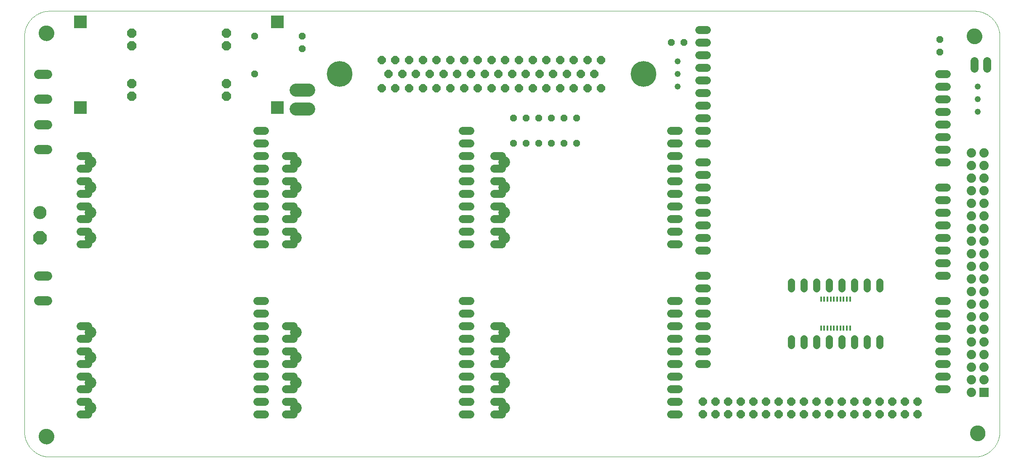
<source format=gbs>
G04 EAGLE Gerber RS-274X export*
G75*
%MOMM*%
%FSLAX34Y34*%
%LPD*%
%INBottom Soldermask*%
%IPPOS*%
%AMOC8*
5,1,8,0,0,1.08239X$1,22.5*%
G01*
%ADD10C,0.000000*%
%ADD11C,2.641600*%
%ADD12P,2.859241X8X292.500000*%
%ADD13P,1.539592X8X112.500000*%
%ADD14P,1.759533X8X202.500000*%
%ADD15C,5.181600*%
%ADD16C,1.892300*%
%ADD17C,1.625600*%
%ADD18P,1.759533X8X22.500000*%
%ADD19R,1.879600X1.879600*%
%ADD20C,1.879600*%
%ADD21R,0.406400X1.092200*%
%ADD22C,3.101600*%
%ADD23C,1.219200*%
%ADD24P,1.539592X8X292.500000*%
%ADD25C,1.422400*%
%ADD26C,2.654300*%
%ADD27P,2.034460X8X22.500000*%
%ADD28R,2.601600X2.601600*%
%ADD29C,2.351600*%
%ADD30P,1.539592X8X202.500000*%


D10*
X51000Y760D02*
X1911350Y760D01*
X1912578Y775D01*
X1913804Y819D01*
X1915030Y893D01*
X1916253Y997D01*
X1917473Y1130D01*
X1918690Y1293D01*
X1919903Y1485D01*
X1921110Y1706D01*
X1922312Y1957D01*
X1923507Y2236D01*
X1924696Y2544D01*
X1925876Y2881D01*
X1927048Y3246D01*
X1928211Y3640D01*
X1929364Y4061D01*
X1930506Y4510D01*
X1931638Y4987D01*
X1932757Y5491D01*
X1933864Y6022D01*
X1934958Y6579D01*
X1936038Y7162D01*
X1937104Y7772D01*
X1938154Y8407D01*
X1939189Y9067D01*
X1940208Y9752D01*
X1941209Y10462D01*
X1942194Y11195D01*
X1943160Y11953D01*
X1944108Y12733D01*
X1945037Y13536D01*
X1945946Y14361D01*
X1946834Y15208D01*
X1947702Y16076D01*
X1948549Y16964D01*
X1949374Y17873D01*
X1950177Y18802D01*
X1950957Y19750D01*
X1951715Y20716D01*
X1952448Y21701D01*
X1953158Y22702D01*
X1953843Y23721D01*
X1954503Y24756D01*
X1955138Y25806D01*
X1955748Y26872D01*
X1956331Y27952D01*
X1956888Y29046D01*
X1957419Y30153D01*
X1957923Y31272D01*
X1958400Y32404D01*
X1958849Y33546D01*
X1959270Y34699D01*
X1959664Y35862D01*
X1960029Y37034D01*
X1960366Y38214D01*
X1960674Y39403D01*
X1960953Y40598D01*
X1961204Y41800D01*
X1961425Y43007D01*
X1961617Y44220D01*
X1961780Y45437D01*
X1961913Y46657D01*
X1962017Y47880D01*
X1962091Y49106D01*
X1962135Y50332D01*
X1962150Y51560D01*
X1962150Y848360D01*
X1962135Y849588D01*
X1962091Y850814D01*
X1962017Y852040D01*
X1961913Y853263D01*
X1961780Y854483D01*
X1961617Y855700D01*
X1961425Y856913D01*
X1961204Y858120D01*
X1960953Y859322D01*
X1960674Y860517D01*
X1960366Y861706D01*
X1960029Y862886D01*
X1959664Y864058D01*
X1959270Y865221D01*
X1958849Y866374D01*
X1958400Y867516D01*
X1957923Y868648D01*
X1957419Y869767D01*
X1956888Y870874D01*
X1956331Y871968D01*
X1955748Y873048D01*
X1955138Y874114D01*
X1954503Y875164D01*
X1953843Y876199D01*
X1953158Y877218D01*
X1952448Y878219D01*
X1951715Y879204D01*
X1950957Y880170D01*
X1950177Y881118D01*
X1949374Y882047D01*
X1948549Y882956D01*
X1947702Y883844D01*
X1946834Y884712D01*
X1945946Y885559D01*
X1945037Y886384D01*
X1944108Y887187D01*
X1943160Y887967D01*
X1942194Y888725D01*
X1941209Y889458D01*
X1940208Y890168D01*
X1939189Y890853D01*
X1938154Y891513D01*
X1937104Y892148D01*
X1936038Y892758D01*
X1934958Y893341D01*
X1933864Y893898D01*
X1932757Y894429D01*
X1931638Y894933D01*
X1930506Y895410D01*
X1929364Y895859D01*
X1928211Y896280D01*
X1927048Y896674D01*
X1925876Y897039D01*
X1924696Y897376D01*
X1923507Y897684D01*
X1922312Y897963D01*
X1921110Y898214D01*
X1919903Y898435D01*
X1918690Y898627D01*
X1917473Y898790D01*
X1916253Y898923D01*
X1915030Y899027D01*
X1913804Y899101D01*
X1912578Y899145D01*
X1911350Y899160D01*
X51000Y899160D01*
X49772Y899145D01*
X48546Y899101D01*
X47320Y899027D01*
X46097Y898923D01*
X44877Y898790D01*
X43660Y898627D01*
X42447Y898435D01*
X41240Y898214D01*
X40038Y897963D01*
X38843Y897684D01*
X37654Y897376D01*
X36474Y897039D01*
X35302Y896674D01*
X34139Y896280D01*
X32986Y895859D01*
X31844Y895410D01*
X30712Y894933D01*
X29593Y894429D01*
X28486Y893898D01*
X27392Y893341D01*
X26312Y892758D01*
X25246Y892148D01*
X24196Y891513D01*
X23161Y890853D01*
X22142Y890168D01*
X21141Y889458D01*
X20156Y888725D01*
X19190Y887967D01*
X18242Y887187D01*
X17313Y886384D01*
X16404Y885559D01*
X15516Y884712D01*
X14648Y883844D01*
X13801Y882956D01*
X12976Y882047D01*
X12173Y881118D01*
X11393Y880170D01*
X10635Y879204D01*
X9902Y878219D01*
X9192Y877218D01*
X8507Y876199D01*
X7847Y875164D01*
X7212Y874114D01*
X6602Y873048D01*
X6019Y871968D01*
X5462Y870874D01*
X4931Y869767D01*
X4427Y868648D01*
X3950Y867516D01*
X3501Y866374D01*
X3080Y865221D01*
X2686Y864058D01*
X2321Y862886D01*
X1984Y861706D01*
X1676Y860517D01*
X1397Y859322D01*
X1146Y858120D01*
X925Y856913D01*
X733Y855700D01*
X570Y854483D01*
X437Y853263D01*
X333Y852040D01*
X259Y850814D01*
X215Y849588D01*
X200Y848360D01*
X200Y51560D01*
X215Y50332D01*
X259Y49106D01*
X333Y47880D01*
X437Y46657D01*
X570Y45437D01*
X733Y44220D01*
X925Y43007D01*
X1146Y41800D01*
X1397Y40598D01*
X1676Y39403D01*
X1984Y38214D01*
X2321Y37034D01*
X2686Y35862D01*
X3080Y34699D01*
X3501Y33546D01*
X3950Y32404D01*
X4427Y31272D01*
X4931Y30153D01*
X5462Y29046D01*
X6019Y27952D01*
X6602Y26872D01*
X7212Y25806D01*
X7847Y24756D01*
X8507Y23721D01*
X9192Y22702D01*
X9902Y21701D01*
X10635Y20716D01*
X11393Y19750D01*
X12173Y18802D01*
X12976Y17873D01*
X13801Y16964D01*
X14648Y16076D01*
X15516Y15208D01*
X16404Y14361D01*
X17313Y13536D01*
X18242Y12733D01*
X19190Y11953D01*
X20156Y11195D01*
X21141Y10462D01*
X22142Y9752D01*
X23161Y9067D01*
X24196Y8407D01*
X25246Y7772D01*
X26312Y7162D01*
X27392Y6579D01*
X28486Y6022D01*
X29593Y5491D01*
X30712Y4987D01*
X31844Y4510D01*
X32986Y4061D01*
X34139Y3640D01*
X35302Y3246D01*
X36474Y2881D01*
X37654Y2544D01*
X38843Y2236D01*
X40038Y1957D01*
X41240Y1706D01*
X42447Y1485D01*
X43660Y1293D01*
X44877Y1130D01*
X46097Y997D01*
X47320Y893D01*
X48546Y819D01*
X49772Y775D01*
X51000Y760D01*
D11*
X31750Y492760D03*
D12*
X31750Y441960D03*
D13*
X984250Y632460D03*
X984250Y683260D03*
X1009650Y632460D03*
X1009650Y683260D03*
X1035050Y632460D03*
X1035050Y683260D03*
X1085850Y632460D03*
X1085850Y683260D03*
X1060450Y632460D03*
X1060450Y683260D03*
X1111250Y632460D03*
X1111250Y683260D03*
D14*
X1160526Y800608D03*
X1133094Y800608D03*
X1105408Y800608D03*
X1077722Y800608D03*
X1050290Y800608D03*
X1022604Y800608D03*
X994918Y800608D03*
X967486Y800608D03*
X939800Y800608D03*
X912114Y800608D03*
X884682Y800608D03*
X856996Y800608D03*
X1146810Y772160D03*
X1119124Y772160D03*
X1091692Y772160D03*
X1064006Y772160D03*
X1036320Y772160D03*
X1008888Y772160D03*
X981202Y772160D03*
X953516Y772160D03*
X926084Y772160D03*
X898398Y772160D03*
X870712Y772160D03*
X829310Y800608D03*
X801878Y800608D03*
X774192Y800608D03*
X746506Y800608D03*
X843280Y772160D03*
X815594Y772160D03*
X787908Y772160D03*
X760476Y772160D03*
X719074Y800608D03*
X732790Y772160D03*
X1160526Y743712D03*
X1133094Y743712D03*
X1105408Y743712D03*
X1077722Y743712D03*
X1050290Y743712D03*
X1022604Y743712D03*
X994918Y743712D03*
X967486Y743712D03*
X939800Y743712D03*
X912114Y743712D03*
X884682Y743712D03*
X856996Y743712D03*
X829310Y743712D03*
X801878Y743712D03*
X774192Y743712D03*
X746506Y743712D03*
X719074Y743712D03*
D15*
X634238Y772160D03*
X1245362Y772160D03*
D16*
X47054Y620160D02*
X29147Y620160D01*
X29147Y670160D02*
X47054Y670160D01*
D17*
X1840230Y721360D02*
X1855470Y721360D01*
X1855470Y695960D02*
X1840230Y695960D01*
X1840230Y670560D02*
X1855470Y670560D01*
X1855470Y645160D02*
X1840230Y645160D01*
X1840230Y619760D02*
X1855470Y619760D01*
X1855470Y594360D02*
X1840230Y594360D01*
X1840230Y543560D02*
X1855470Y543560D01*
X1855470Y518160D02*
X1840230Y518160D01*
X1840230Y492760D02*
X1855470Y492760D01*
X1855470Y467360D02*
X1840230Y467360D01*
X1840230Y441960D02*
X1855470Y441960D01*
X1855470Y416560D02*
X1840230Y416560D01*
X1840230Y391160D02*
X1855470Y391160D01*
X1855470Y365760D02*
X1840230Y365760D01*
X1840230Y314960D02*
X1855470Y314960D01*
X1855470Y289560D02*
X1840230Y289560D01*
X1840230Y264160D02*
X1855470Y264160D01*
X1855470Y238760D02*
X1840230Y238760D01*
X1840230Y213360D02*
X1855470Y213360D01*
X1855470Y187960D02*
X1840230Y187960D01*
X1840230Y162560D02*
X1855470Y162560D01*
X1855470Y137160D02*
X1840230Y137160D01*
X1372870Y187960D02*
X1357630Y187960D01*
X1357630Y213360D02*
X1372870Y213360D01*
X1372870Y238760D02*
X1357630Y238760D01*
X1357630Y264160D02*
X1372870Y264160D01*
X1372870Y289560D02*
X1357630Y289560D01*
X1357630Y314960D02*
X1372870Y314960D01*
X1372870Y340360D02*
X1357630Y340360D01*
X1357630Y365760D02*
X1372870Y365760D01*
X1372870Y416560D02*
X1357630Y416560D01*
X1357630Y441960D02*
X1372870Y441960D01*
X1372870Y467360D02*
X1357630Y467360D01*
X1357630Y492760D02*
X1372870Y492760D01*
X1372870Y518160D02*
X1357630Y518160D01*
X1357630Y543560D02*
X1372870Y543560D01*
X1372870Y568960D02*
X1357630Y568960D01*
X1357630Y594360D02*
X1372870Y594360D01*
X1372870Y632460D02*
X1357630Y632460D01*
X1357630Y657860D02*
X1372870Y657860D01*
X1372870Y683260D02*
X1357630Y683260D01*
X1357630Y708660D02*
X1372870Y708660D01*
X1372870Y734060D02*
X1357630Y734060D01*
X1357630Y759460D02*
X1372870Y759460D01*
X1372870Y784860D02*
X1357630Y784860D01*
X1357630Y810260D02*
X1372870Y810260D01*
D18*
X1365250Y111760D03*
X1365250Y86360D03*
X1390650Y111760D03*
X1390650Y86360D03*
X1416050Y111760D03*
X1416050Y86360D03*
X1441450Y111760D03*
X1441450Y86360D03*
X1466850Y111760D03*
X1466850Y86360D03*
X1492250Y111760D03*
X1492250Y86360D03*
X1517650Y111760D03*
X1517650Y86360D03*
X1543050Y111760D03*
X1543050Y86360D03*
X1568450Y111760D03*
X1568450Y86360D03*
X1593850Y111760D03*
X1593850Y86360D03*
X1619250Y111760D03*
X1619250Y86360D03*
X1644650Y111760D03*
X1644650Y86360D03*
X1670050Y111760D03*
X1670050Y86360D03*
X1695450Y111760D03*
X1695450Y86360D03*
X1720850Y111760D03*
X1720850Y86360D03*
X1746250Y111760D03*
X1746250Y86360D03*
X1771650Y111760D03*
X1771650Y86360D03*
X1797050Y111760D03*
X1797050Y86360D03*
D17*
X1372870Y835660D02*
X1357630Y835660D01*
X1357630Y861060D02*
X1372870Y861060D01*
X1840230Y772160D02*
X1855470Y772160D01*
X1855470Y746760D02*
X1840230Y746760D01*
D19*
X1930400Y130810D03*
D20*
X1905000Y130810D03*
X1930400Y156210D03*
X1905000Y156210D03*
X1930400Y181610D03*
X1905000Y181610D03*
X1930400Y207010D03*
X1905000Y207010D03*
X1930400Y232410D03*
X1905000Y232410D03*
X1930400Y257810D03*
X1905000Y257810D03*
X1930400Y283210D03*
X1905000Y283210D03*
X1930400Y308610D03*
X1905000Y308610D03*
X1930400Y334010D03*
X1905000Y334010D03*
X1930400Y359410D03*
X1905000Y359410D03*
X1930400Y384810D03*
X1905000Y384810D03*
X1930400Y410210D03*
X1905000Y410210D03*
X1930400Y435610D03*
X1905000Y435610D03*
X1930400Y461010D03*
X1905000Y461010D03*
X1930400Y486410D03*
X1905000Y486410D03*
X1930400Y511810D03*
X1905000Y511810D03*
X1930400Y537210D03*
X1905000Y537210D03*
X1930400Y562610D03*
X1905000Y562610D03*
X1930400Y588010D03*
X1905000Y588010D03*
X1930400Y613410D03*
X1905000Y613410D03*
D21*
X1602700Y318738D03*
X1609200Y318738D03*
X1615700Y318738D03*
X1622200Y318738D03*
X1628700Y318738D03*
X1635200Y318738D03*
X1641700Y318738D03*
X1648200Y318738D03*
X1648200Y260382D03*
X1641700Y260382D03*
X1635200Y260382D03*
X1628700Y260382D03*
X1622200Y260382D03*
X1615700Y260382D03*
X1609200Y260382D03*
X1602700Y260382D03*
X1654700Y318738D03*
X1661200Y318738D03*
X1654700Y260382D03*
X1661200Y260382D03*
D10*
X29450Y41910D02*
X29455Y42278D01*
X29468Y42646D01*
X29491Y43013D01*
X29522Y43380D01*
X29563Y43746D01*
X29612Y44111D01*
X29671Y44474D01*
X29738Y44836D01*
X29814Y45197D01*
X29900Y45555D01*
X29993Y45911D01*
X30096Y46264D01*
X30207Y46615D01*
X30327Y46963D01*
X30455Y47308D01*
X30592Y47650D01*
X30737Y47989D01*
X30890Y48323D01*
X31052Y48654D01*
X31221Y48981D01*
X31399Y49303D01*
X31584Y49622D01*
X31777Y49935D01*
X31978Y50244D01*
X32186Y50547D01*
X32402Y50845D01*
X32625Y51138D01*
X32855Y51426D01*
X33092Y51708D01*
X33336Y51983D01*
X33586Y52253D01*
X33843Y52517D01*
X34107Y52774D01*
X34377Y53024D01*
X34652Y53268D01*
X34934Y53505D01*
X35222Y53735D01*
X35515Y53958D01*
X35813Y54174D01*
X36116Y54382D01*
X36425Y54583D01*
X36738Y54776D01*
X37057Y54961D01*
X37379Y55139D01*
X37706Y55308D01*
X38037Y55470D01*
X38371Y55623D01*
X38710Y55768D01*
X39052Y55905D01*
X39397Y56033D01*
X39745Y56153D01*
X40096Y56264D01*
X40449Y56367D01*
X40805Y56460D01*
X41163Y56546D01*
X41524Y56622D01*
X41886Y56689D01*
X42249Y56748D01*
X42614Y56797D01*
X42980Y56838D01*
X43347Y56869D01*
X43714Y56892D01*
X44082Y56905D01*
X44450Y56910D01*
X44818Y56905D01*
X45186Y56892D01*
X45553Y56869D01*
X45920Y56838D01*
X46286Y56797D01*
X46651Y56748D01*
X47014Y56689D01*
X47376Y56622D01*
X47737Y56546D01*
X48095Y56460D01*
X48451Y56367D01*
X48804Y56264D01*
X49155Y56153D01*
X49503Y56033D01*
X49848Y55905D01*
X50190Y55768D01*
X50529Y55623D01*
X50863Y55470D01*
X51194Y55308D01*
X51521Y55139D01*
X51843Y54961D01*
X52162Y54776D01*
X52475Y54583D01*
X52784Y54382D01*
X53087Y54174D01*
X53385Y53958D01*
X53678Y53735D01*
X53966Y53505D01*
X54248Y53268D01*
X54523Y53024D01*
X54793Y52774D01*
X55057Y52517D01*
X55314Y52253D01*
X55564Y51983D01*
X55808Y51708D01*
X56045Y51426D01*
X56275Y51138D01*
X56498Y50845D01*
X56714Y50547D01*
X56922Y50244D01*
X57123Y49935D01*
X57316Y49622D01*
X57501Y49303D01*
X57679Y48981D01*
X57848Y48654D01*
X58010Y48323D01*
X58163Y47989D01*
X58308Y47650D01*
X58445Y47308D01*
X58573Y46963D01*
X58693Y46615D01*
X58804Y46264D01*
X58907Y45911D01*
X59000Y45555D01*
X59086Y45197D01*
X59162Y44836D01*
X59229Y44474D01*
X59288Y44111D01*
X59337Y43746D01*
X59378Y43380D01*
X59409Y43013D01*
X59432Y42646D01*
X59445Y42278D01*
X59450Y41910D01*
X59445Y41542D01*
X59432Y41174D01*
X59409Y40807D01*
X59378Y40440D01*
X59337Y40074D01*
X59288Y39709D01*
X59229Y39346D01*
X59162Y38984D01*
X59086Y38623D01*
X59000Y38265D01*
X58907Y37909D01*
X58804Y37556D01*
X58693Y37205D01*
X58573Y36857D01*
X58445Y36512D01*
X58308Y36170D01*
X58163Y35831D01*
X58010Y35497D01*
X57848Y35166D01*
X57679Y34839D01*
X57501Y34517D01*
X57316Y34198D01*
X57123Y33885D01*
X56922Y33576D01*
X56714Y33273D01*
X56498Y32975D01*
X56275Y32682D01*
X56045Y32394D01*
X55808Y32112D01*
X55564Y31837D01*
X55314Y31567D01*
X55057Y31303D01*
X54793Y31046D01*
X54523Y30796D01*
X54248Y30552D01*
X53966Y30315D01*
X53678Y30085D01*
X53385Y29862D01*
X53087Y29646D01*
X52784Y29438D01*
X52475Y29237D01*
X52162Y29044D01*
X51843Y28859D01*
X51521Y28681D01*
X51194Y28512D01*
X50863Y28350D01*
X50529Y28197D01*
X50190Y28052D01*
X49848Y27915D01*
X49503Y27787D01*
X49155Y27667D01*
X48804Y27556D01*
X48451Y27453D01*
X48095Y27360D01*
X47737Y27274D01*
X47376Y27198D01*
X47014Y27131D01*
X46651Y27072D01*
X46286Y27023D01*
X45920Y26982D01*
X45553Y26951D01*
X45186Y26928D01*
X44818Y26915D01*
X44450Y26910D01*
X44082Y26915D01*
X43714Y26928D01*
X43347Y26951D01*
X42980Y26982D01*
X42614Y27023D01*
X42249Y27072D01*
X41886Y27131D01*
X41524Y27198D01*
X41163Y27274D01*
X40805Y27360D01*
X40449Y27453D01*
X40096Y27556D01*
X39745Y27667D01*
X39397Y27787D01*
X39052Y27915D01*
X38710Y28052D01*
X38371Y28197D01*
X38037Y28350D01*
X37706Y28512D01*
X37379Y28681D01*
X37057Y28859D01*
X36738Y29044D01*
X36425Y29237D01*
X36116Y29438D01*
X35813Y29646D01*
X35515Y29862D01*
X35222Y30085D01*
X34934Y30315D01*
X34652Y30552D01*
X34377Y30796D01*
X34107Y31046D01*
X33843Y31303D01*
X33586Y31567D01*
X33336Y31837D01*
X33092Y32112D01*
X32855Y32394D01*
X32625Y32682D01*
X32402Y32975D01*
X32186Y33273D01*
X31978Y33576D01*
X31777Y33885D01*
X31584Y34198D01*
X31399Y34517D01*
X31221Y34839D01*
X31052Y35166D01*
X30890Y35497D01*
X30737Y35831D01*
X30592Y36170D01*
X30455Y36512D01*
X30327Y36857D01*
X30207Y37205D01*
X30096Y37556D01*
X29993Y37909D01*
X29900Y38265D01*
X29814Y38623D01*
X29738Y38984D01*
X29671Y39346D01*
X29612Y39709D01*
X29563Y40074D01*
X29522Y40440D01*
X29491Y40807D01*
X29468Y41174D01*
X29455Y41542D01*
X29450Y41910D01*
D22*
X44450Y41910D03*
D10*
X29450Y854710D02*
X29455Y855078D01*
X29468Y855446D01*
X29491Y855813D01*
X29522Y856180D01*
X29563Y856546D01*
X29612Y856911D01*
X29671Y857274D01*
X29738Y857636D01*
X29814Y857997D01*
X29900Y858355D01*
X29993Y858711D01*
X30096Y859064D01*
X30207Y859415D01*
X30327Y859763D01*
X30455Y860108D01*
X30592Y860450D01*
X30737Y860789D01*
X30890Y861123D01*
X31052Y861454D01*
X31221Y861781D01*
X31399Y862103D01*
X31584Y862422D01*
X31777Y862735D01*
X31978Y863044D01*
X32186Y863347D01*
X32402Y863645D01*
X32625Y863938D01*
X32855Y864226D01*
X33092Y864508D01*
X33336Y864783D01*
X33586Y865053D01*
X33843Y865317D01*
X34107Y865574D01*
X34377Y865824D01*
X34652Y866068D01*
X34934Y866305D01*
X35222Y866535D01*
X35515Y866758D01*
X35813Y866974D01*
X36116Y867182D01*
X36425Y867383D01*
X36738Y867576D01*
X37057Y867761D01*
X37379Y867939D01*
X37706Y868108D01*
X38037Y868270D01*
X38371Y868423D01*
X38710Y868568D01*
X39052Y868705D01*
X39397Y868833D01*
X39745Y868953D01*
X40096Y869064D01*
X40449Y869167D01*
X40805Y869260D01*
X41163Y869346D01*
X41524Y869422D01*
X41886Y869489D01*
X42249Y869548D01*
X42614Y869597D01*
X42980Y869638D01*
X43347Y869669D01*
X43714Y869692D01*
X44082Y869705D01*
X44450Y869710D01*
X44818Y869705D01*
X45186Y869692D01*
X45553Y869669D01*
X45920Y869638D01*
X46286Y869597D01*
X46651Y869548D01*
X47014Y869489D01*
X47376Y869422D01*
X47737Y869346D01*
X48095Y869260D01*
X48451Y869167D01*
X48804Y869064D01*
X49155Y868953D01*
X49503Y868833D01*
X49848Y868705D01*
X50190Y868568D01*
X50529Y868423D01*
X50863Y868270D01*
X51194Y868108D01*
X51521Y867939D01*
X51843Y867761D01*
X52162Y867576D01*
X52475Y867383D01*
X52784Y867182D01*
X53087Y866974D01*
X53385Y866758D01*
X53678Y866535D01*
X53966Y866305D01*
X54248Y866068D01*
X54523Y865824D01*
X54793Y865574D01*
X55057Y865317D01*
X55314Y865053D01*
X55564Y864783D01*
X55808Y864508D01*
X56045Y864226D01*
X56275Y863938D01*
X56498Y863645D01*
X56714Y863347D01*
X56922Y863044D01*
X57123Y862735D01*
X57316Y862422D01*
X57501Y862103D01*
X57679Y861781D01*
X57848Y861454D01*
X58010Y861123D01*
X58163Y860789D01*
X58308Y860450D01*
X58445Y860108D01*
X58573Y859763D01*
X58693Y859415D01*
X58804Y859064D01*
X58907Y858711D01*
X59000Y858355D01*
X59086Y857997D01*
X59162Y857636D01*
X59229Y857274D01*
X59288Y856911D01*
X59337Y856546D01*
X59378Y856180D01*
X59409Y855813D01*
X59432Y855446D01*
X59445Y855078D01*
X59450Y854710D01*
X59445Y854342D01*
X59432Y853974D01*
X59409Y853607D01*
X59378Y853240D01*
X59337Y852874D01*
X59288Y852509D01*
X59229Y852146D01*
X59162Y851784D01*
X59086Y851423D01*
X59000Y851065D01*
X58907Y850709D01*
X58804Y850356D01*
X58693Y850005D01*
X58573Y849657D01*
X58445Y849312D01*
X58308Y848970D01*
X58163Y848631D01*
X58010Y848297D01*
X57848Y847966D01*
X57679Y847639D01*
X57501Y847317D01*
X57316Y846998D01*
X57123Y846685D01*
X56922Y846376D01*
X56714Y846073D01*
X56498Y845775D01*
X56275Y845482D01*
X56045Y845194D01*
X55808Y844912D01*
X55564Y844637D01*
X55314Y844367D01*
X55057Y844103D01*
X54793Y843846D01*
X54523Y843596D01*
X54248Y843352D01*
X53966Y843115D01*
X53678Y842885D01*
X53385Y842662D01*
X53087Y842446D01*
X52784Y842238D01*
X52475Y842037D01*
X52162Y841844D01*
X51843Y841659D01*
X51521Y841481D01*
X51194Y841312D01*
X50863Y841150D01*
X50529Y840997D01*
X50190Y840852D01*
X49848Y840715D01*
X49503Y840587D01*
X49155Y840467D01*
X48804Y840356D01*
X48451Y840253D01*
X48095Y840160D01*
X47737Y840074D01*
X47376Y839998D01*
X47014Y839931D01*
X46651Y839872D01*
X46286Y839823D01*
X45920Y839782D01*
X45553Y839751D01*
X45186Y839728D01*
X44818Y839715D01*
X44450Y839710D01*
X44082Y839715D01*
X43714Y839728D01*
X43347Y839751D01*
X42980Y839782D01*
X42614Y839823D01*
X42249Y839872D01*
X41886Y839931D01*
X41524Y839998D01*
X41163Y840074D01*
X40805Y840160D01*
X40449Y840253D01*
X40096Y840356D01*
X39745Y840467D01*
X39397Y840587D01*
X39052Y840715D01*
X38710Y840852D01*
X38371Y840997D01*
X38037Y841150D01*
X37706Y841312D01*
X37379Y841481D01*
X37057Y841659D01*
X36738Y841844D01*
X36425Y842037D01*
X36116Y842238D01*
X35813Y842446D01*
X35515Y842662D01*
X35222Y842885D01*
X34934Y843115D01*
X34652Y843352D01*
X34377Y843596D01*
X34107Y843846D01*
X33843Y844103D01*
X33586Y844367D01*
X33336Y844637D01*
X33092Y844912D01*
X32855Y845194D01*
X32625Y845482D01*
X32402Y845775D01*
X32186Y846073D01*
X31978Y846376D01*
X31777Y846685D01*
X31584Y846998D01*
X31399Y847317D01*
X31221Y847639D01*
X31052Y847966D01*
X30890Y848297D01*
X30737Y848631D01*
X30592Y848970D01*
X30455Y849312D01*
X30327Y849657D01*
X30207Y850005D01*
X30096Y850356D01*
X29993Y850709D01*
X29900Y851065D01*
X29814Y851423D01*
X29738Y851784D01*
X29671Y852146D01*
X29612Y852509D01*
X29563Y852874D01*
X29522Y853240D01*
X29491Y853607D01*
X29468Y853974D01*
X29455Y854342D01*
X29450Y854710D01*
D22*
X44450Y854710D03*
D10*
X1896350Y848360D02*
X1896355Y848728D01*
X1896368Y849096D01*
X1896391Y849463D01*
X1896422Y849830D01*
X1896463Y850196D01*
X1896512Y850561D01*
X1896571Y850924D01*
X1896638Y851286D01*
X1896714Y851647D01*
X1896800Y852005D01*
X1896893Y852361D01*
X1896996Y852714D01*
X1897107Y853065D01*
X1897227Y853413D01*
X1897355Y853758D01*
X1897492Y854100D01*
X1897637Y854439D01*
X1897790Y854773D01*
X1897952Y855104D01*
X1898121Y855431D01*
X1898299Y855753D01*
X1898484Y856072D01*
X1898677Y856385D01*
X1898878Y856694D01*
X1899086Y856997D01*
X1899302Y857295D01*
X1899525Y857588D01*
X1899755Y857876D01*
X1899992Y858158D01*
X1900236Y858433D01*
X1900486Y858703D01*
X1900743Y858967D01*
X1901007Y859224D01*
X1901277Y859474D01*
X1901552Y859718D01*
X1901834Y859955D01*
X1902122Y860185D01*
X1902415Y860408D01*
X1902713Y860624D01*
X1903016Y860832D01*
X1903325Y861033D01*
X1903638Y861226D01*
X1903957Y861411D01*
X1904279Y861589D01*
X1904606Y861758D01*
X1904937Y861920D01*
X1905271Y862073D01*
X1905610Y862218D01*
X1905952Y862355D01*
X1906297Y862483D01*
X1906645Y862603D01*
X1906996Y862714D01*
X1907349Y862817D01*
X1907705Y862910D01*
X1908063Y862996D01*
X1908424Y863072D01*
X1908786Y863139D01*
X1909149Y863198D01*
X1909514Y863247D01*
X1909880Y863288D01*
X1910247Y863319D01*
X1910614Y863342D01*
X1910982Y863355D01*
X1911350Y863360D01*
X1911718Y863355D01*
X1912086Y863342D01*
X1912453Y863319D01*
X1912820Y863288D01*
X1913186Y863247D01*
X1913551Y863198D01*
X1913914Y863139D01*
X1914276Y863072D01*
X1914637Y862996D01*
X1914995Y862910D01*
X1915351Y862817D01*
X1915704Y862714D01*
X1916055Y862603D01*
X1916403Y862483D01*
X1916748Y862355D01*
X1917090Y862218D01*
X1917429Y862073D01*
X1917763Y861920D01*
X1918094Y861758D01*
X1918421Y861589D01*
X1918743Y861411D01*
X1919062Y861226D01*
X1919375Y861033D01*
X1919684Y860832D01*
X1919987Y860624D01*
X1920285Y860408D01*
X1920578Y860185D01*
X1920866Y859955D01*
X1921148Y859718D01*
X1921423Y859474D01*
X1921693Y859224D01*
X1921957Y858967D01*
X1922214Y858703D01*
X1922464Y858433D01*
X1922708Y858158D01*
X1922945Y857876D01*
X1923175Y857588D01*
X1923398Y857295D01*
X1923614Y856997D01*
X1923822Y856694D01*
X1924023Y856385D01*
X1924216Y856072D01*
X1924401Y855753D01*
X1924579Y855431D01*
X1924748Y855104D01*
X1924910Y854773D01*
X1925063Y854439D01*
X1925208Y854100D01*
X1925345Y853758D01*
X1925473Y853413D01*
X1925593Y853065D01*
X1925704Y852714D01*
X1925807Y852361D01*
X1925900Y852005D01*
X1925986Y851647D01*
X1926062Y851286D01*
X1926129Y850924D01*
X1926188Y850561D01*
X1926237Y850196D01*
X1926278Y849830D01*
X1926309Y849463D01*
X1926332Y849096D01*
X1926345Y848728D01*
X1926350Y848360D01*
X1926345Y847992D01*
X1926332Y847624D01*
X1926309Y847257D01*
X1926278Y846890D01*
X1926237Y846524D01*
X1926188Y846159D01*
X1926129Y845796D01*
X1926062Y845434D01*
X1925986Y845073D01*
X1925900Y844715D01*
X1925807Y844359D01*
X1925704Y844006D01*
X1925593Y843655D01*
X1925473Y843307D01*
X1925345Y842962D01*
X1925208Y842620D01*
X1925063Y842281D01*
X1924910Y841947D01*
X1924748Y841616D01*
X1924579Y841289D01*
X1924401Y840967D01*
X1924216Y840648D01*
X1924023Y840335D01*
X1923822Y840026D01*
X1923614Y839723D01*
X1923398Y839425D01*
X1923175Y839132D01*
X1922945Y838844D01*
X1922708Y838562D01*
X1922464Y838287D01*
X1922214Y838017D01*
X1921957Y837753D01*
X1921693Y837496D01*
X1921423Y837246D01*
X1921148Y837002D01*
X1920866Y836765D01*
X1920578Y836535D01*
X1920285Y836312D01*
X1919987Y836096D01*
X1919684Y835888D01*
X1919375Y835687D01*
X1919062Y835494D01*
X1918743Y835309D01*
X1918421Y835131D01*
X1918094Y834962D01*
X1917763Y834800D01*
X1917429Y834647D01*
X1917090Y834502D01*
X1916748Y834365D01*
X1916403Y834237D01*
X1916055Y834117D01*
X1915704Y834006D01*
X1915351Y833903D01*
X1914995Y833810D01*
X1914637Y833724D01*
X1914276Y833648D01*
X1913914Y833581D01*
X1913551Y833522D01*
X1913186Y833473D01*
X1912820Y833432D01*
X1912453Y833401D01*
X1912086Y833378D01*
X1911718Y833365D01*
X1911350Y833360D01*
X1910982Y833365D01*
X1910614Y833378D01*
X1910247Y833401D01*
X1909880Y833432D01*
X1909514Y833473D01*
X1909149Y833522D01*
X1908786Y833581D01*
X1908424Y833648D01*
X1908063Y833724D01*
X1907705Y833810D01*
X1907349Y833903D01*
X1906996Y834006D01*
X1906645Y834117D01*
X1906297Y834237D01*
X1905952Y834365D01*
X1905610Y834502D01*
X1905271Y834647D01*
X1904937Y834800D01*
X1904606Y834962D01*
X1904279Y835131D01*
X1903957Y835309D01*
X1903638Y835494D01*
X1903325Y835687D01*
X1903016Y835888D01*
X1902713Y836096D01*
X1902415Y836312D01*
X1902122Y836535D01*
X1901834Y836765D01*
X1901552Y837002D01*
X1901277Y837246D01*
X1901007Y837496D01*
X1900743Y837753D01*
X1900486Y838017D01*
X1900236Y838287D01*
X1899992Y838562D01*
X1899755Y838844D01*
X1899525Y839132D01*
X1899302Y839425D01*
X1899086Y839723D01*
X1898878Y840026D01*
X1898677Y840335D01*
X1898484Y840648D01*
X1898299Y840967D01*
X1898121Y841289D01*
X1897952Y841616D01*
X1897790Y841947D01*
X1897637Y842281D01*
X1897492Y842620D01*
X1897355Y842962D01*
X1897227Y843307D01*
X1897107Y843655D01*
X1896996Y844006D01*
X1896893Y844359D01*
X1896800Y844715D01*
X1896714Y845073D01*
X1896638Y845434D01*
X1896571Y845796D01*
X1896512Y846159D01*
X1896463Y846524D01*
X1896422Y846890D01*
X1896391Y847257D01*
X1896368Y847624D01*
X1896355Y847992D01*
X1896350Y848360D01*
D22*
X1911350Y848360D03*
D23*
X1917700Y746760D03*
X1917700Y721360D03*
X1917700Y695960D03*
D24*
X1841500Y842010D03*
X1841500Y816610D03*
D17*
X1911350Y798830D02*
X1911350Y783590D01*
X1936750Y783590D02*
X1936750Y798830D01*
D10*
X1902700Y48260D02*
X1902705Y48628D01*
X1902718Y48996D01*
X1902741Y49363D01*
X1902772Y49730D01*
X1902813Y50096D01*
X1902862Y50461D01*
X1902921Y50824D01*
X1902988Y51186D01*
X1903064Y51547D01*
X1903150Y51905D01*
X1903243Y52261D01*
X1903346Y52614D01*
X1903457Y52965D01*
X1903577Y53313D01*
X1903705Y53658D01*
X1903842Y54000D01*
X1903987Y54339D01*
X1904140Y54673D01*
X1904302Y55004D01*
X1904471Y55331D01*
X1904649Y55653D01*
X1904834Y55972D01*
X1905027Y56285D01*
X1905228Y56594D01*
X1905436Y56897D01*
X1905652Y57195D01*
X1905875Y57488D01*
X1906105Y57776D01*
X1906342Y58058D01*
X1906586Y58333D01*
X1906836Y58603D01*
X1907093Y58867D01*
X1907357Y59124D01*
X1907627Y59374D01*
X1907902Y59618D01*
X1908184Y59855D01*
X1908472Y60085D01*
X1908765Y60308D01*
X1909063Y60524D01*
X1909366Y60732D01*
X1909675Y60933D01*
X1909988Y61126D01*
X1910307Y61311D01*
X1910629Y61489D01*
X1910956Y61658D01*
X1911287Y61820D01*
X1911621Y61973D01*
X1911960Y62118D01*
X1912302Y62255D01*
X1912647Y62383D01*
X1912995Y62503D01*
X1913346Y62614D01*
X1913699Y62717D01*
X1914055Y62810D01*
X1914413Y62896D01*
X1914774Y62972D01*
X1915136Y63039D01*
X1915499Y63098D01*
X1915864Y63147D01*
X1916230Y63188D01*
X1916597Y63219D01*
X1916964Y63242D01*
X1917332Y63255D01*
X1917700Y63260D01*
X1918068Y63255D01*
X1918436Y63242D01*
X1918803Y63219D01*
X1919170Y63188D01*
X1919536Y63147D01*
X1919901Y63098D01*
X1920264Y63039D01*
X1920626Y62972D01*
X1920987Y62896D01*
X1921345Y62810D01*
X1921701Y62717D01*
X1922054Y62614D01*
X1922405Y62503D01*
X1922753Y62383D01*
X1923098Y62255D01*
X1923440Y62118D01*
X1923779Y61973D01*
X1924113Y61820D01*
X1924444Y61658D01*
X1924771Y61489D01*
X1925093Y61311D01*
X1925412Y61126D01*
X1925725Y60933D01*
X1926034Y60732D01*
X1926337Y60524D01*
X1926635Y60308D01*
X1926928Y60085D01*
X1927216Y59855D01*
X1927498Y59618D01*
X1927773Y59374D01*
X1928043Y59124D01*
X1928307Y58867D01*
X1928564Y58603D01*
X1928814Y58333D01*
X1929058Y58058D01*
X1929295Y57776D01*
X1929525Y57488D01*
X1929748Y57195D01*
X1929964Y56897D01*
X1930172Y56594D01*
X1930373Y56285D01*
X1930566Y55972D01*
X1930751Y55653D01*
X1930929Y55331D01*
X1931098Y55004D01*
X1931260Y54673D01*
X1931413Y54339D01*
X1931558Y54000D01*
X1931695Y53658D01*
X1931823Y53313D01*
X1931943Y52965D01*
X1932054Y52614D01*
X1932157Y52261D01*
X1932250Y51905D01*
X1932336Y51547D01*
X1932412Y51186D01*
X1932479Y50824D01*
X1932538Y50461D01*
X1932587Y50096D01*
X1932628Y49730D01*
X1932659Y49363D01*
X1932682Y48996D01*
X1932695Y48628D01*
X1932700Y48260D01*
X1932695Y47892D01*
X1932682Y47524D01*
X1932659Y47157D01*
X1932628Y46790D01*
X1932587Y46424D01*
X1932538Y46059D01*
X1932479Y45696D01*
X1932412Y45334D01*
X1932336Y44973D01*
X1932250Y44615D01*
X1932157Y44259D01*
X1932054Y43906D01*
X1931943Y43555D01*
X1931823Y43207D01*
X1931695Y42862D01*
X1931558Y42520D01*
X1931413Y42181D01*
X1931260Y41847D01*
X1931098Y41516D01*
X1930929Y41189D01*
X1930751Y40867D01*
X1930566Y40548D01*
X1930373Y40235D01*
X1930172Y39926D01*
X1929964Y39623D01*
X1929748Y39325D01*
X1929525Y39032D01*
X1929295Y38744D01*
X1929058Y38462D01*
X1928814Y38187D01*
X1928564Y37917D01*
X1928307Y37653D01*
X1928043Y37396D01*
X1927773Y37146D01*
X1927498Y36902D01*
X1927216Y36665D01*
X1926928Y36435D01*
X1926635Y36212D01*
X1926337Y35996D01*
X1926034Y35788D01*
X1925725Y35587D01*
X1925412Y35394D01*
X1925093Y35209D01*
X1924771Y35031D01*
X1924444Y34862D01*
X1924113Y34700D01*
X1923779Y34547D01*
X1923440Y34402D01*
X1923098Y34265D01*
X1922753Y34137D01*
X1922405Y34017D01*
X1922054Y33906D01*
X1921701Y33803D01*
X1921345Y33710D01*
X1920987Y33624D01*
X1920626Y33548D01*
X1920264Y33481D01*
X1919901Y33422D01*
X1919536Y33373D01*
X1919170Y33332D01*
X1918803Y33301D01*
X1918436Y33278D01*
X1918068Y33265D01*
X1917700Y33260D01*
X1917332Y33265D01*
X1916964Y33278D01*
X1916597Y33301D01*
X1916230Y33332D01*
X1915864Y33373D01*
X1915499Y33422D01*
X1915136Y33481D01*
X1914774Y33548D01*
X1914413Y33624D01*
X1914055Y33710D01*
X1913699Y33803D01*
X1913346Y33906D01*
X1912995Y34017D01*
X1912647Y34137D01*
X1912302Y34265D01*
X1911960Y34402D01*
X1911621Y34547D01*
X1911287Y34700D01*
X1910956Y34862D01*
X1910629Y35031D01*
X1910307Y35209D01*
X1909988Y35394D01*
X1909675Y35587D01*
X1909366Y35788D01*
X1909063Y35996D01*
X1908765Y36212D01*
X1908472Y36435D01*
X1908184Y36665D01*
X1907902Y36902D01*
X1907627Y37146D01*
X1907357Y37396D01*
X1907093Y37653D01*
X1906836Y37917D01*
X1906586Y38187D01*
X1906342Y38462D01*
X1906105Y38744D01*
X1905875Y39032D01*
X1905652Y39325D01*
X1905436Y39623D01*
X1905228Y39926D01*
X1905027Y40235D01*
X1904834Y40548D01*
X1904649Y40867D01*
X1904471Y41189D01*
X1904302Y41516D01*
X1904140Y41847D01*
X1903987Y42181D01*
X1903842Y42520D01*
X1903705Y42862D01*
X1903577Y43207D01*
X1903457Y43555D01*
X1903346Y43906D01*
X1903243Y44259D01*
X1903150Y44615D01*
X1903064Y44973D01*
X1902988Y45334D01*
X1902921Y45696D01*
X1902862Y46059D01*
X1902813Y46424D01*
X1902772Y46790D01*
X1902741Y47157D01*
X1902718Y47524D01*
X1902705Y47892D01*
X1902700Y48260D01*
D22*
X1917700Y48260D03*
D25*
X1543050Y340106D02*
X1543050Y353314D01*
X1568450Y353314D02*
X1568450Y340106D01*
X1593850Y340106D02*
X1593850Y353314D01*
X1619250Y353314D02*
X1619250Y340106D01*
X1644650Y340106D02*
X1644650Y353314D01*
X1670050Y353314D02*
X1670050Y340106D01*
X1695450Y340106D02*
X1695450Y353314D01*
X1720850Y353314D02*
X1720850Y340106D01*
D16*
X47054Y721760D02*
X29147Y721760D01*
X29147Y771760D02*
X47054Y771760D01*
D26*
X546037Y740410D02*
X571564Y740410D01*
X571564Y702310D02*
X546037Y702310D01*
D27*
X215900Y727710D03*
X215900Y753110D03*
X215900Y854710D03*
X215900Y829310D03*
X406400Y727710D03*
X406400Y753110D03*
X406400Y854710D03*
X406400Y829310D03*
D28*
X113030Y877570D03*
X113030Y704850D03*
X509270Y704850D03*
X509270Y877570D03*
D17*
X944880Y429260D02*
X960120Y429260D01*
X960120Y454660D02*
X944880Y454660D01*
X944880Y480060D02*
X960120Y480060D01*
X960120Y505460D02*
X944880Y505460D01*
X944880Y530860D02*
X960120Y530860D01*
X960120Y556260D02*
X944880Y556260D01*
X944880Y581660D02*
X960120Y581660D01*
X960120Y607060D02*
X944880Y607060D01*
X1300480Y429260D02*
X1315720Y429260D01*
X1315720Y454660D02*
X1300480Y454660D01*
X1300480Y480060D02*
X1315720Y480060D01*
X1315720Y505460D02*
X1300480Y505460D01*
X1300480Y530860D02*
X1315720Y530860D01*
X1315720Y556260D02*
X1300480Y556260D01*
X1300480Y581660D02*
X1315720Y581660D01*
X1315720Y607060D02*
X1300480Y607060D01*
X1300480Y632460D02*
X1315720Y632460D01*
X1315720Y657860D02*
X1300480Y657860D01*
D29*
X965200Y594360D03*
X965200Y543560D03*
X965200Y492760D03*
X965200Y441960D03*
D13*
X558800Y822960D03*
X558800Y848360D03*
D24*
X463550Y848360D03*
X463550Y772160D03*
D23*
X1314450Y746760D03*
X1314450Y772160D03*
X1314450Y797560D03*
D30*
X1327150Y835660D03*
X1301750Y835660D03*
D17*
X960120Y86360D02*
X944880Y86360D01*
X944880Y111760D02*
X960120Y111760D01*
X960120Y137160D02*
X944880Y137160D01*
X944880Y162560D02*
X960120Y162560D01*
X960120Y187960D02*
X944880Y187960D01*
X944880Y213360D02*
X960120Y213360D01*
X960120Y238760D02*
X944880Y238760D01*
X944880Y264160D02*
X960120Y264160D01*
X1300480Y86360D02*
X1315720Y86360D01*
X1315720Y111760D02*
X1300480Y111760D01*
X1300480Y137160D02*
X1315720Y137160D01*
X1315720Y162560D02*
X1300480Y162560D01*
X1300480Y187960D02*
X1315720Y187960D01*
X1315720Y213360D02*
X1300480Y213360D01*
X1300480Y238760D02*
X1315720Y238760D01*
X1315720Y264160D02*
X1300480Y264160D01*
X1300480Y289560D02*
X1315720Y289560D01*
X1315720Y314960D02*
X1300480Y314960D01*
D29*
X965200Y251460D03*
X965200Y200660D03*
X965200Y149860D03*
X965200Y99060D03*
D17*
X541020Y429260D02*
X525780Y429260D01*
X525780Y454660D02*
X541020Y454660D01*
X541020Y480060D02*
X525780Y480060D01*
X525780Y505460D02*
X541020Y505460D01*
X541020Y530860D02*
X525780Y530860D01*
X525780Y556260D02*
X541020Y556260D01*
X541020Y581660D02*
X525780Y581660D01*
X525780Y607060D02*
X541020Y607060D01*
X881380Y429260D02*
X896620Y429260D01*
X896620Y454660D02*
X881380Y454660D01*
X881380Y480060D02*
X896620Y480060D01*
X896620Y505460D02*
X881380Y505460D01*
X881380Y530860D02*
X896620Y530860D01*
X896620Y556260D02*
X881380Y556260D01*
X881380Y581660D02*
X896620Y581660D01*
X896620Y607060D02*
X881380Y607060D01*
X881380Y632460D02*
X896620Y632460D01*
X896620Y657860D02*
X881380Y657860D01*
D29*
X546100Y594360D03*
X546100Y543560D03*
X546100Y492760D03*
X546100Y441960D03*
D17*
X541020Y86360D02*
X525780Y86360D01*
X525780Y111760D02*
X541020Y111760D01*
X541020Y137160D02*
X525780Y137160D01*
X525780Y162560D02*
X541020Y162560D01*
X541020Y187960D02*
X525780Y187960D01*
X525780Y213360D02*
X541020Y213360D01*
X541020Y238760D02*
X525780Y238760D01*
X525780Y264160D02*
X541020Y264160D01*
X881380Y86360D02*
X896620Y86360D01*
X896620Y111760D02*
X881380Y111760D01*
X881380Y137160D02*
X896620Y137160D01*
X896620Y162560D02*
X881380Y162560D01*
X881380Y187960D02*
X896620Y187960D01*
X896620Y213360D02*
X881380Y213360D01*
X881380Y238760D02*
X896620Y238760D01*
X896620Y264160D02*
X881380Y264160D01*
X881380Y289560D02*
X896620Y289560D01*
X896620Y314960D02*
X881380Y314960D01*
D29*
X546100Y251460D03*
X546100Y200660D03*
X546100Y149860D03*
X546100Y99060D03*
D17*
X128270Y429260D02*
X113030Y429260D01*
X113030Y454660D02*
X128270Y454660D01*
X128270Y480060D02*
X113030Y480060D01*
X113030Y505460D02*
X128270Y505460D01*
X128270Y530860D02*
X113030Y530860D01*
X113030Y556260D02*
X128270Y556260D01*
X128270Y581660D02*
X113030Y581660D01*
X113030Y607060D02*
X128270Y607060D01*
X468630Y429260D02*
X483870Y429260D01*
X483870Y454660D02*
X468630Y454660D01*
X468630Y480060D02*
X483870Y480060D01*
X483870Y505460D02*
X468630Y505460D01*
X468630Y530860D02*
X483870Y530860D01*
X483870Y556260D02*
X468630Y556260D01*
X468630Y581660D02*
X483870Y581660D01*
X483870Y607060D02*
X468630Y607060D01*
X468630Y632460D02*
X483870Y632460D01*
X483870Y657860D02*
X468630Y657860D01*
D29*
X133350Y594360D03*
X133350Y543560D03*
X133350Y492760D03*
X133350Y441960D03*
D17*
X128270Y86360D02*
X113030Y86360D01*
X113030Y111760D02*
X128270Y111760D01*
X128270Y137160D02*
X113030Y137160D01*
X113030Y162560D02*
X128270Y162560D01*
X128270Y187960D02*
X113030Y187960D01*
X113030Y213360D02*
X128270Y213360D01*
X128270Y238760D02*
X113030Y238760D01*
X113030Y264160D02*
X128270Y264160D01*
X468630Y86360D02*
X483870Y86360D01*
X483870Y111760D02*
X468630Y111760D01*
X468630Y137160D02*
X483870Y137160D01*
X483870Y162560D02*
X468630Y162560D01*
X468630Y187960D02*
X483870Y187960D01*
X483870Y213360D02*
X468630Y213360D01*
X468630Y238760D02*
X483870Y238760D01*
X483870Y264160D02*
X468630Y264160D01*
X468630Y289560D02*
X483870Y289560D01*
X483870Y314960D02*
X468630Y314960D01*
D29*
X133350Y251460D03*
X133350Y200660D03*
X133350Y149860D03*
X133350Y99060D03*
D16*
X47054Y315360D02*
X29147Y315360D01*
X29147Y365360D02*
X47054Y365360D01*
D25*
X1720850Y239014D02*
X1720850Y225806D01*
X1695450Y225806D02*
X1695450Y239014D01*
X1670050Y239014D02*
X1670050Y225806D01*
X1644650Y225806D02*
X1644650Y239014D01*
X1619250Y239014D02*
X1619250Y225806D01*
X1593850Y225806D02*
X1593850Y239014D01*
X1568450Y239014D02*
X1568450Y225806D01*
X1543050Y225806D02*
X1543050Y239014D01*
M02*

</source>
